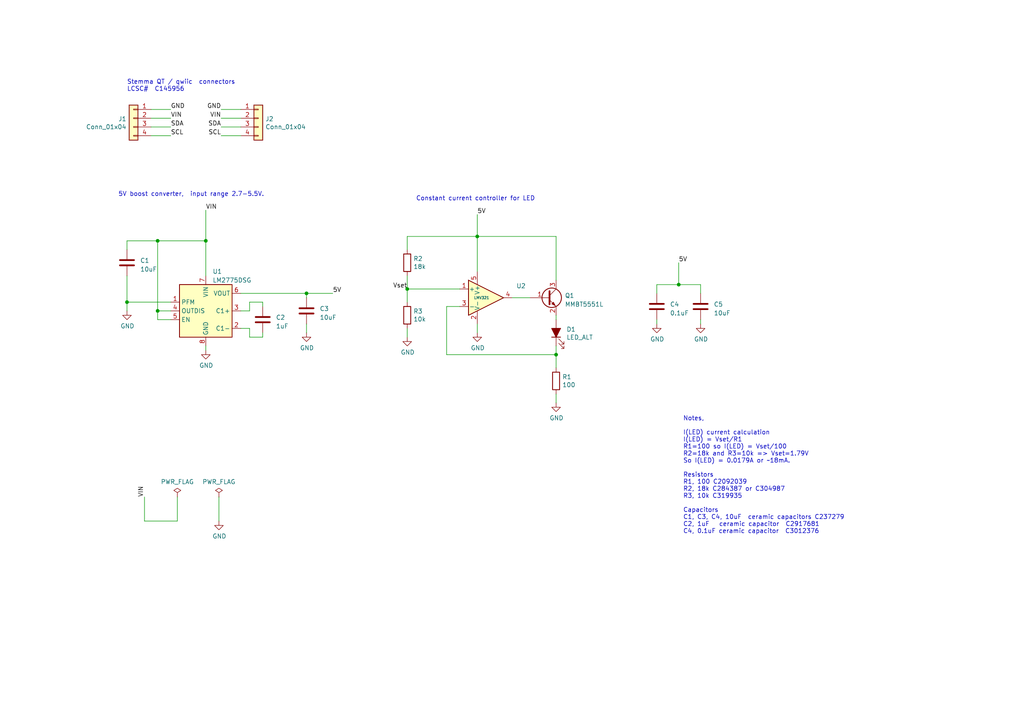
<source format=kicad_sch>
(kicad_sch (version 20230121) (generator eeschema)
  (paper "A4")
  (lib_symbols
    (symbol "Amplifier_Operational:LMV321" (pin_names (offset 0.127))
      (property "Reference" "U" (at 0 5.08 0))
      (property "Value" "LMV321" (at 0 -5.08 0))
      (symbol "LMV321_0_1"
        (polyline (pts (xy -5.08 5.08) (xy 5.08 0) (xy -5.08 -5.08) (xy -5.08 5.08)) (stroke (width 0.254)) (fill (type background)))
        (pin power_in line (at -2.54 -7.62 90) (length 3.81) (name "V-") (number "2"))
        (pin power_in line (at -2.54 7.62 270) (length 3.81) (name "V+") (number "5"))
      )
      (symbol "LMV321_1_1"
        (pin input line (at -7.62 2.54 0) (length 2.54) (name "+") (number "1"))
        (pin input line (at -7.62 -2.54 0) (length 2.54) (name "-") (number "3"))
        (pin output line (at 7.62 0 180) (length 2.54) (name "~") (number "4"))
      )
    )
    (symbol "Connector_Generic:Conn_01x04" (pin_names (offset 1.016) hide)
      (property "Reference" "J" (at 0 5.08 0))
      (property "Value" "Conn_01x04" (at 0 -7.62 0))
      (symbol "Conn_01x04_1_1"
        (rectangle (start -1.27 -4.953) (end 0 -5.207) (stroke (width 0.1524)))
        (rectangle (start -1.27 -2.413) (end 0 -2.667) (stroke (width 0.1524)))
        (rectangle (start -1.27 0.127) (end 0 -0.127) (stroke (width 0.1524)))
        (rectangle (start -1.27 2.667) (end 0 2.413) (stroke (width 0.1524)))
        (rectangle (start -1.27 3.81) (end 1.27 -6.35) (stroke (width 0.254)) (fill (type background)))
        (pin passive line (at -5.08 2.54 0) (length 3.81) (name "Pin_1") (number "1"))
        (pin passive line (at -5.08 0 0) (length 3.81) (name "Pin_2") (number "2"))
        (pin passive line (at -5.08 -2.54 0) (length 3.81) (name "Pin_3") (number "3"))
        (pin passive line (at -5.08 -5.08 0) (length 3.81) (name "Pin_4") (number "4"))
      )
    )
    (symbol "Device:C" (pin_numbers hide) (pin_names (offset 0.254))
      (property "Reference" "C" (at 0.635 2.54 0))
      (property "Value" "C" (at 0.635 -2.54 0))
      (symbol "C_0_1"
        (polyline (pts (xy -2.032 -0.762) (xy 2.032 -0.762)) (stroke (width 0.508)))
        (polyline (pts (xy -2.032 0.762) (xy 2.032 0.762)) (stroke (width 0.508)))
      )
      (symbol "C_1_1"
        (pin passive line (at 0 3.81 270) (length 2.794) (name "~") (number "1"))
        (pin passive line (at 0 -3.81 90) (length 2.794) (name "~") (number "2"))
      )
    )
    (symbol "Device:R" (pin_numbers hide) (pin_names (offset 0))
      (property "Reference" "R" (at 2.032 0 90))
      (property "Value" "R" (at 0 0 90))
      (symbol "R_0_1"
        (rectangle (start -1.016 -2.54) (end 1.016 2.54) (stroke (width 0.254)))
      )
      (symbol "R_1_1"
        (pin passive line (at 0 3.81 270) (length 1.27) (name "~") (number "1"))
        (pin passive line (at 0 -3.81 90) (length 1.27) (name "~") (number "2"))
      )
    )
    (symbol "Regulator_SwitchedCapacitor:LM2775DSG"
      (property "Reference" "U" (at -7.62 8.89 0))
      (property "Value" "LM2775DSG" (at 6.35 8.89 0))
      (symbol "LM2775DSG_0_1"
        (rectangle (start -7.62 7.62) (end 7.62 -7.62) (stroke (width 0.254)) (fill (type background)))
      )
      (symbol "LM2775DSG_1_1"
        (pin input line (at -10.16 2.54 0) (length 2.54) (name "PFM") (number "1"))
        (pin passive line (at 10.16 -5.08 180) (length 2.54) (name "C1-") (number "2"))
        (pin passive line (at 10.16 0 180) (length 2.54) (name "C1+") (number "3"))
        (pin input line (at -10.16 0 0) (length 2.54) (name "OUTDIS") (number "4"))
        (pin input line (at -10.16 -2.54 0) (length 2.54) (name "EN") (number "5"))
        (pin power_out line (at 10.16 5.08 180) (length 2.54) (name "VOUT") (number "6"))
        (pin power_in line (at 0 10.16 270) (length 2.54) (name "VIN") (number "7"))
        (pin power_in line (at 0 -10.16 90) (length 2.54) (name "GND") (number "8"))
        (pin passive line (at 0 -10.16 90) (length 2.54) hide (name "GND") (number "9"))
      )
    )
    (symbol "Transistor_BJT:MMBT5551L" (pin_names (offset 0) hide)
      (property "Reference" "Q" (at 5.08 1.905 0))
      (property "Value" "MMBT5551L" (at 5.08 0 0))
      (symbol "MMBT5551L_0_1"
        (polyline (pts (xy 0.635 0.635) (xy 2.54 2.54)))
        (polyline (pts (xy 0.635 -0.635) (xy 2.54 -2.54) (xy 2.54 -2.54)))
        (polyline (pts (xy 0.635 1.905) (xy 0.635 -1.905) (xy 0.635 -1.905)) (stroke (width 0.508)))
        (polyline (pts (xy 1.27 -1.778) (xy 1.778 -1.27) (xy 2.286 -2.286) (xy 1.27 -1.778) (xy 1.27 -1.778)) (fill (type outline)))
        (circle (center 1.27 0) (radius 2.8194) (stroke (width 0.254)))
      )
      (symbol "MMBT5551L_1_1"
        (pin input line (at -5.08 0 0) (length 5.715) (name "B") (number "1"))
        (pin passive line (at 2.54 -5.08 90) (length 2.54) (name "E") (number "2"))
        (pin passive line (at 2.54 5.08 270) (length 2.54) (name "C") (number "3"))
      )
    )
    (symbol "basic_led-rescue:LED_ALT-Device" (pin_numbers hide) (pin_names (offset 1.016) hide)
      (property "Reference" "D" (at 0 2.54 0))
      (property "Value" "Device_LED_ALT" (at 0 -2.54 0))
      (symbol "LED_ALT-Device_0_1"
        (polyline (pts (xy -1.27 -1.27) (xy -1.27 1.27)) (stroke (width 0.254)))
        (polyline (pts (xy -1.27 0) (xy 1.27 0)))
        (polyline (pts (xy 1.27 -1.27) (xy 1.27 1.27) (xy -1.27 0) (xy 1.27 -1.27)) (stroke (width 0.254)) (fill (type outline)))
        (polyline (pts (xy -3.048 -0.762) (xy -4.572 -2.286) (xy -3.81 -2.286) (xy -4.572 -2.286) (xy -4.572 -1.524)))
        (polyline (pts (xy -1.778 -0.762) (xy -3.302 -2.286) (xy -2.54 -2.286) (xy -3.302 -2.286) (xy -3.302 -1.524)))
      )
      (symbol "LED_ALT-Device_1_1"
        (pin passive line (at -3.81 0 0) (length 2.54) (name "K") (number "1"))
        (pin passive line (at 3.81 0 180) (length 2.54) (name "A") (number "2"))
      )
    )
    (symbol "power:GND" (power) (pin_names (offset 0))
      (property "Value" "GND" (at 0 -3.81 0))
      (symbol "GND_0_1"
        (polyline (pts (xy 0 0) (xy 0 -1.27) (xy 1.27 -1.27) (xy 0 -2.54) (xy -1.27 -1.27) (xy 0 -1.27)))
      )
      (symbol "GND_1_1"
        (pin power_in line (at 0 0 270) (length 0) hide (name "GND") (number "1"))
      )
    )
    (symbol "power:PWR_FLAG" (power) (pin_numbers hide) (pin_names (offset 0) hide)
      (property "Value" "PWR_FLAG" (at 0 3.81 0))
      (symbol "PWR_FLAG_0_0"
        (pin power_out line (at 0 0 90) (length 0) (name "pwr") (number "1"))
      )
      (symbol "PWR_FLAG_0_1"
        (polyline (pts (xy 0 0) (xy 0 1.27) (xy -1.016 1.905) (xy 0 2.54) (xy 1.016 1.905) (xy 0 1.27)))
      )
    )
  )
  (junction (at 138.43 68.58))
  (junction (at 161.29 102.87))
  (junction (at 88.9 85.09))
  (junction (at 36.83 87.63))
  (junction (at 196.85 82.55))
  (junction (at 59.69 69.85))
  (junction (at 45.72 69.85))
  (junction (at 45.72 90.17))
  (junction (at 118.11 83.82))
  (wire (pts (xy 45.72 69.85) (xy 45.72 90.17)))
  (wire (pts (xy 45.72 69.85) (xy 36.83 69.85)))
  (wire (pts (xy 129.54 88.9) (xy 133.35 88.9)))
  (wire (pts (xy 196.85 76.2) (xy 196.85 82.55)))
  (wire (pts (xy 69.85 90.17) (xy 72.39 90.17)))
  (wire (pts (xy 161.29 102.87) (xy 129.54 102.87)))
  (wire (pts (xy 43.815 34.29) (xy 49.53 34.29)))
  (wire (pts (xy 161.29 114.3) (xy 161.29 116.84)))
  (wire (pts (xy 69.85 36.83) (xy 64.135 36.83)))
  (wire (pts (xy 76.2 97.79) (xy 72.39 97.79)))
  (wire (pts (xy 161.29 100.33) (xy 161.29 102.87)))
  (wire (pts (xy 118.11 68.58) (xy 118.11 72.39)))
  (wire (pts (xy 161.29 68.58) (xy 161.29 81.28)))
  (wire (pts (xy 76.2 96.52) (xy 76.2 97.79)))
  (wire (pts (xy 118.11 83.82) (xy 118.11 80.01)))
  (wire (pts (xy 69.85 95.25) (xy 72.39 95.25)))
  (wire (pts (xy 69.85 34.29) (xy 64.135 34.29)))
  (wire (pts (xy 43.815 31.75) (xy 49.53 31.75)))
  (wire (pts (xy 118.11 83.82) (xy 118.11 87.63)))
  (wire (pts (xy 138.43 93.98) (xy 138.43 96.52)))
  (wire (pts (xy 69.85 31.75) (xy 64.135 31.75)))
  (wire (pts (xy 196.85 82.55) (xy 203.2 82.55)))
  (wire (pts (xy 51.435 151.13) (xy 41.91 151.13)))
  (wire (pts (xy 203.2 92.71) (xy 203.2 93.98)))
  (wire (pts (xy 138.43 68.58) (xy 138.43 78.74)))
  (wire (pts (xy 72.39 90.17) (xy 72.39 87.63)))
  (wire (pts (xy 45.72 90.17) (xy 45.72 92.71)))
  (wire (pts (xy 51.435 144.145) (xy 51.435 151.13)))
  (wire (pts (xy 36.83 90.17) (xy 36.83 87.63)))
  (wire (pts (xy 203.2 82.55) (xy 203.2 85.09)))
  (wire (pts (xy 88.9 85.09) (xy 88.9 86.36)))
  (wire (pts (xy 36.83 87.63) (xy 36.83 80.01)))
  (wire (pts (xy 190.5 92.71) (xy 190.5 93.98)))
  (wire (pts (xy 36.83 87.63) (xy 49.53 87.63)))
  (wire (pts (xy 69.85 39.37) (xy 64.135 39.37)))
  (wire (pts (xy 41.91 151.13) (xy 41.91 144.145)))
  (wire (pts (xy 118.11 95.25) (xy 118.11 97.79)))
  (wire (pts (xy 59.69 69.85) (xy 45.72 69.85)))
  (wire (pts (xy 69.85 85.09) (xy 88.9 85.09)))
  (wire (pts (xy 59.69 60.96) (xy 59.69 69.85)))
  (wire (pts (xy 161.29 91.44) (xy 161.29 92.71)))
  (wire (pts (xy 118.11 83.82) (xy 133.35 83.82)))
  (wire (pts (xy 138.43 68.58) (xy 118.11 68.58)))
  (wire (pts (xy 72.39 87.63) (xy 76.2 87.63)))
  (wire (pts (xy 45.72 92.71) (xy 49.53 92.71)))
  (wire (pts (xy 59.69 100.33) (xy 59.69 101.6)))
  (wire (pts (xy 88.9 85.09) (xy 96.52 85.09)))
  (wire (pts (xy 190.5 82.55) (xy 196.85 82.55)))
  (wire (pts (xy 138.43 68.58) (xy 161.29 68.58)))
  (wire (pts (xy 59.69 69.85) (xy 59.69 80.01)))
  (wire (pts (xy 72.39 97.79) (xy 72.39 95.25)))
  (wire (pts (xy 43.815 36.83) (xy 49.53 36.83)))
  (wire (pts (xy 63.5 144.145) (xy 63.5 151.13)))
  (wire (pts (xy 76.2 87.63) (xy 76.2 88.9)))
  (wire (pts (xy 148.59 86.36) (xy 153.67 86.36)))
  (wire (pts (xy 129.54 102.87) (xy 129.54 88.9)))
  (wire (pts (xy 45.72 90.17) (xy 49.53 90.17)))
  (wire (pts (xy 138.43 62.23) (xy 138.43 68.58)))
  (wire (pts (xy 88.9 93.98) (xy 88.9 96.52)))
  (wire (pts (xy 190.5 85.09) (xy 190.5 82.55)))
  (wire (pts (xy 43.815 39.37) (xy 49.53 39.37)))
  (wire (pts (xy 36.83 69.85) (xy 36.83 72.39)))
  (wire (pts (xy 161.29 102.87) (xy 161.29 106.68)))
  (text "Stemma QT / qwiic  connectors\nLCSC#  C145956" (at 36.83 26.67 0) (effects (font (size 1.27 1.27)) (justify left bottom)))
  (text "Constant current controller for LED" (at 120.65 58.42 0) (effects (font (size 1.27 1.27)) (justify left bottom)))
  (text "Notes, \n\nI(LED) current calculation\nI(LED) = Vset/R1\nR1=100 so I(LED) = Vset/100\nR2=18k and R3=10k => Vset=1.79V\nSo I(LED) = 0.0179A or ~18mA. \n\nResistors\nR1, 100 C2092039\nR2, 18k C284387 or C304987\nR3, 10k C319935\n\nCapacitors\nC1, C3, C4, 10uF  ceramic capacitors C237279\nC2, 1uF   ceramic capacitor  C2917681\nC4, 0.1uF ceramic capacitor  C3012376\n" (at 198.12 154.94 0) (effects (font (size 1.27 1.27)) (justify left bottom)))
  (text "5V boost converter,  input range 2.7-5.5V. " (at 34.29 57.15 0) (effects (font (size 1.27 1.27)) (justify left bottom)))
  (label "SCL" (at 49.53 39.37 0))
  (label "SCL" (at 64.135 39.37 180))
  (label "Vset" (at 118.11 83.82 180))
  (label "SDA" (at 64.135 36.83 180))
  (label "VIN" (at 41.91 144.145 90))
  (label "5V" (at 138.43 62.23 0))
  (label "VIN" (at 59.69 60.96 0))
  (label "5V" (at 196.85 76.2 0))
  (label "5V" (at 96.52 85.09 0))
  (label "VIN" (at 64.135 34.29 180))
  (label "VIN" (at 49.53 34.29 0))
  (label "GND" (at 49.53 31.75 0))
  (label "GND" (at 64.135 31.75 180))
  (label "SDA" (at 49.53 36.83 0))
  (symbol (lib_id "Connector_Generic:Conn_01x04") (at 38.735 34.29 0) (mirror y) (unit 1)
    (property "Reference" "J1" (at 36.703 34.4932 0) (effects (justify left)))
    (property "Value" "Conn_01x04" (at 36.703 36.8046 0) (effects (justify left)))
    (property "Footprint" "BOOMELE_SH_SMD:BOOMELE_SMD_SH_4PIN_RT" (effects hide))
  )
  (symbol (lib_id "Connector_Generic:Conn_01x04") (at 74.93 34.29 0) (unit 1)
    (property "Reference" "J2" (at 76.962 34.4932 0) (effects (justify left)))
    (property "Value" "Conn_01x04" (at 76.962 36.8046 0) (effects (justify left)))
    (property "Footprint" "BOOMELE_SH_SMD:BOOMELE_SMD_SH_4PIN_RT" (effects hide))
  )
  (symbol (lib_id "basic_led-rescue:LED_ALT-Device") (at 161.29 96.52 90) (unit 1)
    (property "Reference" "D1" (at 164.2872 95.5294 90) (effects (justify right)))
    (property "Value" "LED_ALT" (at 164.2872 97.8408 90) (effects (justify right)))
    (property "Footprint" "LED_SMD:LED_0603_1608Metric" (effects hide))
  )
  (symbol (lib_id "Device:R") (at 161.29 110.49 0) (unit 1)
    (property "Reference" "R1" (at 163.068 109.3216 0) (effects (justify left)))
    (property "Value" "100" (at 163.068 111.633 0) (effects (justify left)))
    (property "Footprint" "Resistor_SMD:R_0402_1005Metric" (effects hide))
  )
  (symbol (lib_id "power:GND") (at 161.29 116.84 0) (unit 1)
    (property "Reference" "#PWR08" (effects hide))
    (property "Value" "GND" (at 161.417 121.2342 0))
  )
  (symbol (lib_id "power:PWR_FLAG") (at 63.5 144.145 0) (unit 1)
    (property "Reference" "#FLG0101" (effects hide))
    (property "Value" "PWR_FLAG" (at 63.5 139.7508 0))
  )
  (symbol (lib_id "power:PWR_FLAG") (at 51.435 144.145 0) (unit 1)
    (property "Reference" "#FLG0102" (effects hide))
    (property "Value" "PWR_FLAG" (at 51.435 139.7508 0))
  )
  (symbol (lib_id "power:GND") (at 63.5 151.13 0) (unit 1)
    (property "Reference" "#PWR0101" (effects hide))
    (property "Value" "GND" (at 63.627 155.5242 0))
  )
  (symbol (lib_id "Device:C") (at 203.2 88.9 0) (unit 1)
    (property "Reference" "C5" (at 207.01 88.265 0) (effects (justify left)))
    (property "Value" "10uF" (at 207.01 90.805 0) (effects (justify left)))
  )
  (symbol (lib_id "Device:C") (at 190.5 88.9 0) (unit 1)
    (property "Reference" "C4" (at 194.31 88.265 0) (effects (justify left)))
    (property "Value" "0.1uF" (at 194.31 90.805 0) (effects (justify left)))
    (property "Footprint" "Capacitor_SMD:C_0402_1005Metric" (effects hide))
  )
  (symbol (lib_id "power:GND") (at 36.83 90.17 0) (unit 1)
    (property "Reference" "#PWR01" (effects hide))
    (property "Value" "GND" (at 36.957 94.5642 0))
  )
  (symbol (lib_id "power:GND") (at 203.2 93.98 0) (unit 1)
    (property "Reference" "#PWR06" (effects hide))
    (property "Value" "GND" (at 203.327 98.3742 0))
  )
  (symbol (lib_id "power:GND") (at 138.43 96.52 0) (unit 1)
    (property "Reference" "#PWR04" (effects hide))
    (property "Value" "GND" (at 138.557 100.9142 0))
  )
  (symbol (lib_id "Regulator_SwitchedCapacitor:LM2775DSG") (at 59.69 90.17 0) (unit 1)
    (property "Reference" "U1" (at 61.6459 78.74 0) (effects (justify left)))
    (property "Value" "LM2775DSG" (at 61.6459 81.28 0) (effects (justify left)))
    (property "Footprint" "Package_SON:WSON-8-1EP_2x2mm_P0.5mm_EP0.9x1.6mm_ThermalVias" (effects hide))
    (property "Datasheet" "https://www.ti.com/lit/gpn/lm2775" (effects hide))
  )
  (symbol (lib_id "power:GND") (at 190.5 93.98 0) (unit 1)
    (property "Reference" "#PWR05" (effects hide))
    (property "Value" "GND" (at 190.627 98.3742 0))
  )
  (symbol (lib_id "power:GND") (at 88.9 96.52 0) (unit 1)
    (property "Reference" "#PWR03" (effects hide))
    (property "Value" "GND" (at 89.027 100.9142 0))
  )
  (symbol (lib_id "power:GND") (at 118.11 97.79 0) (unit 1)
    (property "Reference" "#PWR07" (effects hide))
    (property "Value" "GND" (at 118.237 102.1842 0))
  )
  (symbol (lib_id "Device:C") (at 36.83 76.2 180) (unit 1)
    (property "Reference" "C1" (at 40.64 75.565 0) (effects (justify right)))
    (property "Value" "10uF" (at 40.64 78.105 0) (effects (justify right)))
    (property "Footprint" "Capacitor_SMD:C_0402_1005Metric" (effects hide))
  )
  (symbol (lib_id "Device:R") (at 118.11 76.2 0) (unit 1)
    (property "Reference" "R2" (at 119.888 75.0316 0) (effects (justify left)))
    (property "Value" "18k" (at 119.888 77.343 0) (effects (justify left)))
    (property "Footprint" "Resistor_SMD:R_0402_1005Metric" (effects hide))
  )
  (symbol (lib_id "Amplifier_Operational:LMV321") (at 140.97 86.36 0) (unit 1)
    (property "Reference" "U2" (at 151.13 82.9311 0))
    (property "Value" "LMV321" (at 139.7 86.36 0) (effects (font (size 0.762 0.762))))
    (property "Footprint" "Package_TO_SOT_SMD:SOT-23-5" (effects hide))
    (property "Datasheet" "http://www.ti.com/lit/ds/symlink/lmv324.pdf" (effects hide))
  )
  (symbol (lib_id "Transistor_BJT:MMBT5551L") (at 158.75 86.36 0) (unit 1)
    (property "Reference" "Q1" (at 163.83 85.725 0) (effects (justify left)))
    (property "Value" "MMBT5551L" (at 163.83 88.265 0) (effects (justify left)))
    (property "Footprint" "Package_TO_SOT_SMD:SOT-23" (effects hide))
    (property "Datasheet" "www.onsemi.com/pub/Collateral/MMBT5550LT1-D.PDF" (effects hide))
  )
  (symbol (lib_id "Device:C") (at 88.9 90.17 0) (unit 1)
    (property "Reference" "C3" (at 92.71 89.535 0) (effects (justify left)))
    (property "Value" "10uF" (at 92.71 92.075 0) (effects (justify left)))
    (property "Footprint" "Capacitor_SMD:C_0402_1005Metric" (effects hide))
  )
  (symbol (lib_id "Device:R") (at 118.11 91.44 0) (unit 1)
    (property "Reference" "R3" (at 119.888 90.2716 0) (effects (justify left)))
    (property "Value" "10k" (at 119.888 92.583 0) (effects (justify left)))
    (property "Footprint" "Resistor_SMD:R_0402_1005Metric" (effects hide))
  )
  (symbol (lib_id "power:GND") (at 59.69 101.6 0) (unit 1)
    (property "Reference" "#PWR02" (effects hide))
    (property "Value" "GND" (at 59.817 105.9942 0))
  )
  (symbol (lib_id "Device:C") (at 76.2 92.71 0) (unit 1)
    (property "Reference" "C2" (at 80.01 92.075 0) (effects (justify left)))
    (property "Value" "1uF" (at 80.01 94.615 0) (effects (justify left)))
    (property "Footprint" "Capacitor_SMD:C_0402_1005Metric" (effects hide))
  )
)
</source>
